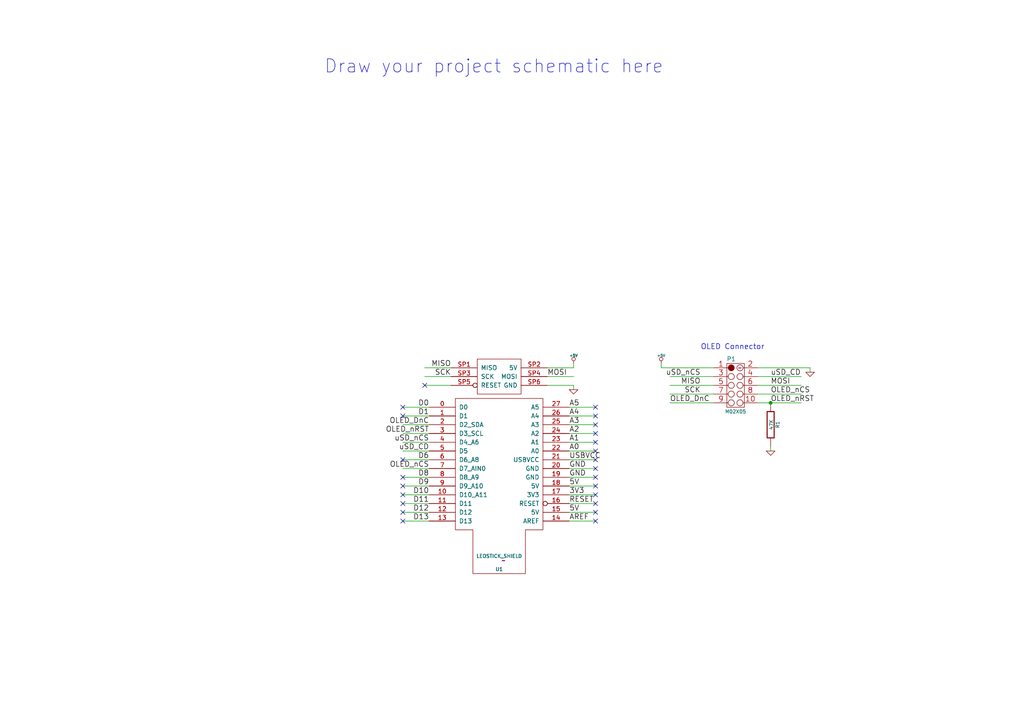
<source format=kicad_sch>
(kicad_sch (version 20230121) (generator eeschema)
  (paper "A4")
  (title_block (title "Freetronics OLEDStick              http://www.freetronics.com/OLEDStick") (date "12 jun 2013") (rev "0.1") (company "(C)2013 Freetronics Pty Ltd") (comment 1 "Released under TAPR Open Hardware License www.tapr.org/ohl") (comment 2 "SKU: OLEDStick"))
  (lib_symbols
    (symbol "OLEDStick-rescue:+5V" (power) (pin_names (offset 1.016))
      (property "Value" "+5V" (at 0 2.286 0))
      (symbol "+5V_0_0"
        (pin power_in line (at 0 0 90) (length 0) hide (name "+5V") (number "1"))
      )
      (symbol "+5V_0_1"
        (polyline (pts (xy 0 0) (xy 0 0.762) (xy 0 0.762) (xy 0 0.762)))
        (circle (center 0 1.27) (radius 0.508))
      )
    )
    (symbol "OLEDStick-rescue:GND" (power) (pin_names (offset 0))
      (symbol "GND_0_1"
        (polyline (pts (xy -1.27 0) (xy 0 -1.27) (xy 1.27 0) (xy -1.27 0)))
      )
      (symbol "GND_1_1"
        (pin power_in line (at 0 0 90) (length 0) hide (name "GND") (number "1"))
      )
    )
    (symbol "OLEDStick-rescue:LEOSTICK_SHIELD" (pin_names (offset 1.016))
      (property "Reference" "U" (at 0 -31.75 0))
      (property "Value" "LEOSTICK_SHIELD" (at 0 -27.94 0))
      (symbol "LEOSTICK_SHIELD_0_1"
        (rectangle (start -6.35 29.21) (end 6.35 19.05))
        (polyline (pts (xy -12.7 17.78) (xy -12.7 -20.32) (xy -7.62 -20.32) (xy -7.62 -30.48) (xy -7.62 -33.02) (xy 7.62 -33.02) (xy 7.62 -20.32) (xy 12.7 -20.32) (xy 12.7 17.78) (xy -12.7 17.78)))
      )
      (symbol "LEOSTICK_SHIELD_1_1"
        (pin bidirectional line (at -20.32 15.24 0) (length 7.62) (name "D0") (number "0"))
        (pin bidirectional line (at -20.32 12.7 0) (length 7.62) (name "D1") (number "1"))
        (pin bidirectional line (at -20.32 -10.16 0) (length 7.62) (name "D10_A11") (number "10"))
        (pin bidirectional line (at -20.32 -12.7 0) (length 7.62) (name "D11") (number "11"))
        (pin bidirectional line (at -20.32 -15.24 0) (length 7.62) (name "D12") (number "12"))
        (pin bidirectional line (at -20.32 -17.78 0) (length 7.62) (name "D13") (number "13"))
        (pin input line (at 20.32 -17.78 180) (length 7.62) (name "AREF") (number "14"))
        (pin power_out line (at 20.32 -15.24 180) (length 7.62) (name "5V") (number "15"))
        (pin input inverted (at 20.32 -12.7 180) (length 7.62) (name "RESET") (number "16"))
        (pin power_out line (at 20.32 -10.16 180) (length 7.62) (name "3V3") (number "17"))
        (pin power_out line (at 20.32 -7.62 180) (length 7.62) (name "5V") (number "18"))
        (pin power_out line (at 20.32 -5.08 180) (length 7.62) (name "GND") (number "19"))
        (pin bidirectional line (at -20.32 10.16 0) (length 7.62) (name "D2_SDA") (number "2"))
        (pin power_out line (at 20.32 -2.54 180) (length 7.62) (name "GND") (number "20"))
        (pin power_in line (at 20.32 0 180) (length 7.62) (name "USBVCC") (number "21"))
        (pin bidirectional line (at 20.32 2.54 180) (length 7.62) (name "A0") (number "22"))
        (pin bidirectional line (at 20.32 5.08 180) (length 7.62) (name "A1") (number "23"))
        (pin input line (at 20.32 7.62 180) (length 7.62) (name "A2") (number "24"))
        (pin bidirectional line (at 20.32 10.16 180) (length 7.62) (name "A3") (number "25"))
        (pin bidirectional line (at 20.32 12.7 180) (length 7.62) (name "A4") (number "26"))
        (pin bidirectional line (at 20.32 15.24 180) (length 7.62) (name "A5") (number "27"))
        (pin bidirectional line (at -20.32 7.62 0) (length 7.62) (name "D3_SCL") (number "3"))
        (pin bidirectional line (at -20.32 5.08 0) (length 7.62) (name "D4_A6") (number "4"))
        (pin bidirectional line (at -20.32 2.54 0) (length 7.62) (name "D5") (number "5"))
        (pin bidirectional line (at -20.32 0 0) (length 7.62) (name "D6_A8") (number "6"))
        (pin bidirectional line (at -20.32 -2.54 0) (length 7.62) (name "D7_AIN0") (number "7"))
        (pin bidirectional line (at -20.32 -5.08 0) (length 7.62) (name "D8_A9") (number "8"))
        (pin bidirectional line (at -20.32 -7.62 0) (length 7.62) (name "D9_A10") (number "9"))
        (pin input line (at -13.97 26.67 0) (length 7.62) (name "MISO") (number "SP1"))
        (pin power_out line (at 13.97 26.67 180) (length 7.62) (name "5V") (number "SP2"))
        (pin output line (at -13.97 24.13 0) (length 7.62) (name "SCK") (number "SP3"))
        (pin output line (at 13.97 24.13 180) (length 7.62) (name "MOSI") (number "SP4"))
        (pin input inverted (at -13.97 21.59 0) (length 7.62) (name "RESET") (number "SP5"))
        (pin power_out line (at 13.97 21.59 180) (length 7.62) (name "GND") (number "SP6"))
      )
    )
    (symbol "OLEDStick-rescue:M02X05" (pin_names (offset 0.762) hide)
      (property "Reference" "JP" (at -2.54 2.54 0))
      (property "Value" "M02X05" (at -1.27 -12.7 0))
      (symbol "M02X05_0_1"
        (circle (center -2.54 -7.62) (radius 0.889))
        (circle (center -2.54 -5.08) (radius 0.889))
        (circle (center -2.54 0) (radius 0.889) (fill (type outline)))
        (circle (center 0 -7.62) (radius 0.889))
        (circle (center 0 -5.08) (radius 0.889))
        (polyline (pts (xy -3.81 1.27) (xy 1.27 1.27) (xy 1.27 -11.43) (xy -3.81 -11.43) (xy -3.81 1.27)))
        (circle (center 0 0) (radius 0.889))
        (pin passive line (at -7.62 0 0) (length 4.191) (name "1") (number "1"))
        (pin passive line (at 5.08 -10.16 180) (length 4.191) (name "10") (number "10"))
        (pin passive line (at 5.08 0 180) (length 4.191) (name "2") (number "2"))
        (pin passive line (at -7.62 -2.54 0) (length 4.191) (name "3") (number "3"))
        (pin passive line (at 5.08 -2.54 180) (length 4.191) (name "4") (number "4"))
        (pin passive line (at -7.62 -5.08 0) (length 4.191) (name "5") (number "5"))
        (pin passive line (at 5.08 -5.08 180) (length 4.191) (name "6") (number "6"))
        (pin passive line (at -7.62 -7.62 0) (length 4.191) (name "7") (number "7"))
        (pin passive line (at 5.08 -7.62 180) (length 4.191) (name "8") (number "8"))
        (pin passive line (at -7.62 -10.16 0) (length 4.191) (name "9") (number "9"))
      )
      (symbol "M02X05_1_1"
        (circle (center -2.54 -10.16) (radius 0.889))
        (circle (center -2.54 -2.54) (radius 0.889))
        (circle (center 0 -10.16) (radius 0.889))
        (circle (center 0 -2.54) (radius 0.889))
      )
    )
    (symbol "OLEDStick-rescue:R" (pin_numbers hide) (pin_names (offset 0))
      (property "Reference" "R" (at 2.032 0 90))
      (property "Value" "R" (at 0.1778 0.0254 90))
      (symbol "R_0_1"
        (rectangle (start -1.016 3.81) (end 1.016 -3.81) (stroke (width 0.3048)))
      )
      (symbol "R_1_1"
        (pin passive line (at 0 6.35 270) (length 2.54) (name "~") (number "1"))
        (pin passive line (at 0 -6.35 90) (length 2.54) (name "~") (number "2"))
      )
    )
  )
  (junction (at 223.52 116.84))
  (no_connect (at 172.72 143.51))
  (no_connect (at 172.72 140.97))
  (no_connect (at 116.84 146.05))
  (no_connect (at 172.72 123.19))
  (no_connect (at 116.84 151.13))
  (no_connect (at 172.72 125.73))
  (no_connect (at 116.84 143.51))
  (no_connect (at 116.84 148.59))
  (no_connect (at 172.72 118.11))
  (no_connect (at 116.84 133.35))
  (no_connect (at 123.19 111.76))
  (no_connect (at 116.84 120.65))
  (no_connect (at 172.72 151.13))
  (no_connect (at 116.84 118.11))
  (no_connect (at 116.84 138.43))
  (no_connect (at 172.72 148.59))
  (no_connect (at 172.72 133.35))
  (no_connect (at 172.72 120.65))
  (no_connect (at 172.72 130.81))
  (no_connect (at 172.72 146.05))
  (no_connect (at 172.72 135.89))
  (no_connect (at 116.84 140.97))
  (no_connect (at 172.72 128.27))
  (no_connect (at 172.72 138.43))
  (wire (pts (xy 130.81 106.68) (xy 123.19 106.68)))
  (wire (pts (xy 165.1 151.13) (xy 172.72 151.13)))
  (wire (pts (xy 165.1 138.43) (xy 172.72 138.43)))
  (wire (pts (xy 130.81 109.22) (xy 123.19 109.22)))
  (wire (pts (xy 165.1 123.19) (xy 172.72 123.19)))
  (wire (pts (xy 124.46 138.43) (xy 116.84 138.43)))
  (wire (pts (xy 158.75 109.22) (xy 166.37 109.22)))
  (wire (pts (xy 234.95 106.68) (xy 234.95 107.95)))
  (wire (pts (xy 165.1 148.59) (xy 172.72 148.59)))
  (wire (pts (xy 165.1 133.35) (xy 172.72 133.35)))
  (wire (pts (xy 223.52 130.81) (xy 223.52 129.54)))
  (wire (pts (xy 219.71 116.84) (xy 223.52 116.84)))
  (wire (pts (xy 124.46 123.19) (xy 116.84 123.19)))
  (wire (pts (xy 194.31 109.22) (xy 207.01 109.22)))
  (wire (pts (xy 194.31 116.84) (xy 207.01 116.84)))
  (wire (pts (xy 124.46 143.51) (xy 116.84 143.51)))
  (wire (pts (xy 124.46 118.11) (xy 116.84 118.11)))
  (wire (pts (xy 165.1 140.97) (xy 172.72 140.97)))
  (wire (pts (xy 124.46 151.13) (xy 116.84 151.13)))
  (wire (pts (xy 124.46 146.05) (xy 116.84 146.05)))
  (wire (pts (xy 166.37 106.68) (xy 166.37 105.41)))
  (wire (pts (xy 124.46 148.59) (xy 116.84 148.59)))
  (wire (pts (xy 130.81 111.76) (xy 123.19 111.76)))
  (wire (pts (xy 223.52 116.84) (xy 232.41 116.84)))
  (wire (pts (xy 165.1 146.05) (xy 172.72 146.05)))
  (wire (pts (xy 124.46 133.35) (xy 116.84 133.35)))
  (wire (pts (xy 124.46 128.27) (xy 116.84 128.27)))
  (wire (pts (xy 165.1 118.11) (xy 172.72 118.11)))
  (wire (pts (xy 194.31 111.76) (xy 207.01 111.76)))
  (wire (pts (xy 194.31 114.3) (xy 207.01 114.3)))
  (wire (pts (xy 219.71 111.76) (xy 232.41 111.76)))
  (wire (pts (xy 165.1 128.27) (xy 172.72 128.27)))
  (wire (pts (xy 158.75 111.76) (xy 166.37 111.76)))
  (wire (pts (xy 191.77 105.41) (xy 191.77 106.68)))
  (wire (pts (xy 165.1 143.51) (xy 172.72 143.51)))
  (wire (pts (xy 124.46 125.73) (xy 116.84 125.73)))
  (wire (pts (xy 165.1 125.73) (xy 172.72 125.73)))
  (wire (pts (xy 165.1 135.89) (xy 172.72 135.89)))
  (wire (pts (xy 124.46 135.89) (xy 116.84 135.89)))
  (wire (pts (xy 166.37 111.76) (xy 166.37 113.03)))
  (wire (pts (xy 219.71 106.68) (xy 234.95 106.68)))
  (wire (pts (xy 165.1 120.65) (xy 172.72 120.65)))
  (wire (pts (xy 166.37 106.68) (xy 158.75 106.68)))
  (wire (pts (xy 219.71 114.3) (xy 232.41 114.3)))
  (wire (pts (xy 165.1 130.81) (xy 172.72 130.81)))
  (wire (pts (xy 191.77 106.68) (xy 207.01 106.68)))
  (wire (pts (xy 124.46 130.81) (xy 116.84 130.81)))
  (wire (pts (xy 219.71 109.22) (xy 232.41 109.22)))
  (wire (pts (xy 124.46 140.97) (xy 116.84 140.97)))
  (wire (pts (xy 124.46 120.65) (xy 116.84 120.65)))
  (text "Draw your project schematic here" (at 93.98 21.59 0) (effects (font (size 3.81 3.81)) (justify left bottom)))
  (text "OLED Connector" (at 203.2 101.6 0) (effects (font (size 1.524 1.524)) (justify left bottom)))
  (label "D6" (at 124.46 133.35 180) (effects (font (size 1.524 1.524))))
  (label "MOSI" (at 158.75 109.22 0) (effects (font (size 1.524 1.524))))
  (label "MISO" (at 130.81 106.68 180) (effects (font (size 1.524 1.524))))
  (label "OLED_DnC" (at 124.46 123.19 180) (effects (font (size 1.524 1.524))))
  (label "D10" (at 124.46 143.51 180) (effects (font (size 1.524 1.524))))
  (label "uSD_nCS" (at 203.2 109.22 180) (effects (font (size 1.524 1.524))))
  (label "MISO" (at 203.2 111.76 180) (effects (font (size 1.524 1.524))))
  (label "A2" (at 165.1 125.73 0) (effects (font (size 1.524 1.524))))
  (label "OLED_nRST" (at 124.46 125.73 180) (effects (font (size 1.524 1.524))))
  (label "OLED_DnC" (at 194.31 116.84 0) (effects (font (size 1.524 1.524))))
  (label "A5" (at 165.1 118.11 0) (effects (font (size 1.524 1.524))))
  (label "D13" (at 124.46 151.13 180) (effects (font (size 1.524 1.524))))
  (label "D0" (at 124.46 118.11 180) (effects (font (size 1.524 1.524))))
  (label "AREF" (at 165.1 151.13 0) (effects (font (size 1.524 1.524))))
  (label "OLED_nCS" (at 223.52 114.3 0) (effects (font (size 1.524 1.524))))
  (label "A4" (at 165.1 120.65 0) (effects (font (size 1.524 1.524))))
  (label "D12" (at 124.46 148.59 180) (effects (font (size 1.524 1.524))))
  (label "RESET" (at 165.1 146.05 0) (effects (font (size 1.524 1.524))))
  (label "USBVCC" (at 165.1 133.35 0) (effects (font (size 1.524 1.524))))
  (label "3V3" (at 165.1 143.51 0) (effects (font (size 1.524 1.524))))
  (label "uSD_CD" (at 223.52 109.22 0) (effects (font (size 1.524 1.524))))
  (label "D1" (at 124.46 120.65 180) (effects (font (size 1.524 1.524))))
  (label "GND" (at 165.1 135.89 0) (effects (font (size 1.524 1.524))))
  (label "5V" (at 165.1 148.59 0) (effects (font (size 1.524 1.524))))
  (label "D11" (at 124.46 146.05 180) (effects (font (size 1.524 1.524))))
  (label "MOSI" (at 223.52 111.76 0) (effects (font (size 1.524 1.524))))
  (label "OLED_nRST" (at 223.52 116.84 0) (effects (font (size 1.524 1.524))))
  (label "OLED_nCS" (at 124.46 135.89 180) (effects (font (size 1.524 1.524))))
  (label "A3" (at 165.1 123.19 0) (effects (font (size 1.524 1.524))))
  (label "A0" (at 165.1 130.81 0) (effects (font (size 1.524 1.524))))
  (label "A1" (at 165.1 128.27 0) (effects (font (size 1.524 1.524))))
  (label "SCK" (at 203.2 114.3 180) (effects (font (size 1.524 1.524))))
  (label "uSD_CD" (at 124.46 130.81 180) (effects (font (size 1.524 1.524))))
  (label "GND" (at 165.1 138.43 0) (effects (font (size 1.524 1.524))))
  (label "5V" (at 165.1 140.97 0) (effects (font (size 1.524 1.524))))
  (label "uSD_nCS" (at 124.46 128.27 180) (effects (font (size 1.524 1.524))))
  (label "SCK" (at 130.81 109.22 180) (effects (font (size 1.524 1.524))))
  (label "D8" (at 124.46 138.43 180) (effects (font (size 1.524 1.524))))
  (label "D9" (at 124.46 140.97 180) (effects (font (size 1.524 1.524))))
  (symbol (lib_id "OLEDStick-rescue:LEOSTICK_SHIELD") (at 144.78 133.35 0) (unit 1)
    (property "Reference" "U1" (at 144.78 165.1 0) (effects (font (size 1.016 1.016))))
    (property "Value" "LEOSTICK_SHIELD" (at 144.78 161.29 0) (effects (font (size 1.016 1.016))))
    (property "Footprint" "~" (at 146.05 162.56 0) (effects (font (size 1.524 1.524))))
    (property "Datasheet" "~" (at 146.05 162.56 0) (effects (font (size 1.524 1.524))))
  )
  (symbol (lib_id "OLEDStick-rescue:+5V") (at 191.77 105.41 0) (unit 1)
    (property "Reference" "#PWR01" (effects hide))
    (property "Value" "+5V" (at 191.77 103.124 0) (effects (font (size 0.762 0.762))))
  )
  (symbol (lib_id "OLEDStick-rescue:GND") (at 166.37 113.03 0) (unit 1)
    (property "Reference" "#PWR02" (effects hide))
    (property "Value" "GND" (effects hide))
  )
  (symbol (lib_id "OLEDStick-rescue:GND") (at 234.95 107.95 0) (mirror y) (unit 1)
    (property "Reference" "#PWR03" (effects hide))
    (property "Value" "GND" (effects hide))
  )
  (symbol (lib_id "OLEDStick-rescue:+5V") (at 166.37 105.41 0) (unit 1)
    (property "Reference" "#PWR04" (effects hide))
    (property "Value" "+5V" (at 166.37 103.124 0) (effects (font (size 0.762 0.762))))
  )
  (symbol (lib_id "OLEDStick-rescue:M02X05") (at 214.63 106.68 0) (unit 1)
    (property "Reference" "P1" (at 212.09 104.14 0))
    (property "Value" "M02X05" (at 213.36 119.38 0) (effects (font (size 1.016 1.016))))
    (property "Footprint" "~" (at 214.63 106.68 0) (effects (font (size 1.524 1.524))))
    (property "Datasheet" "~" (at 214.63 106.68 0) (effects (font (size 1.524 1.524))))
  )
  (symbol (lib_id "OLEDStick-rescue:R") (at 223.52 123.19 0) (unit 1)
    (property "Reference" "R1" (at 225.552 123.19 90) (effects (font (size 1.016 1.016))))
    (property "Value" "47K" (at 223.6978 123.1646 90) (effects (font (size 1.016 1.016))))
  )
  (symbol (lib_id "OLEDStick-rescue:GND") (at 223.52 130.81 0) (unit 1)
    (property "Reference" "#PWR?" (effects hide))
    (property "Value" "GND" (effects hide))
  )
)
</source>
